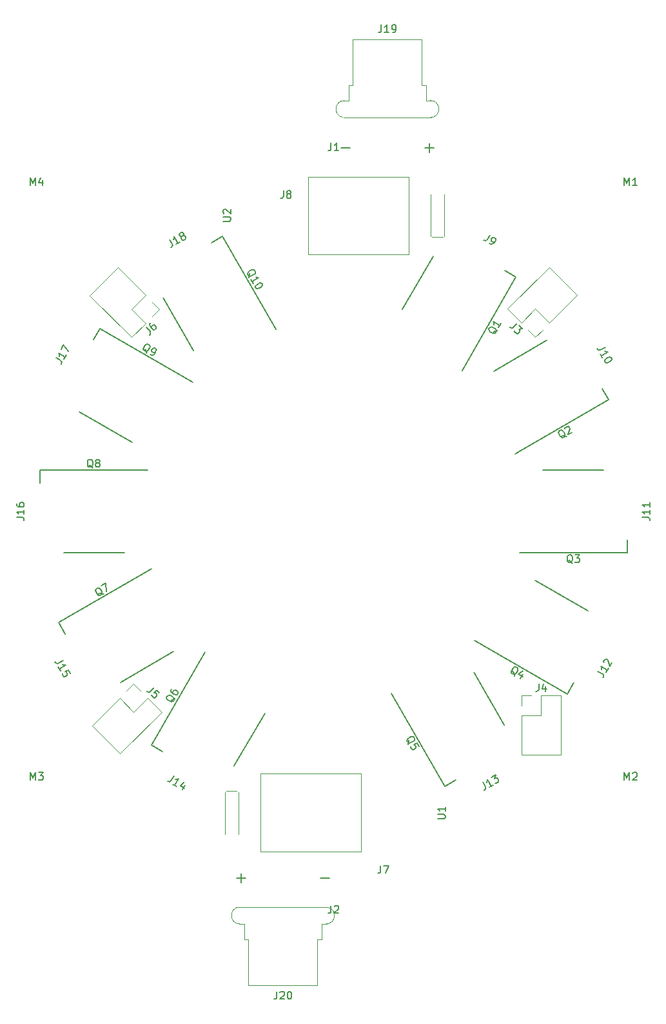
<source format=gbr>
G04 #@! TF.GenerationSoftware,KiCad,Pcbnew,(5.1.5)-3*
G04 #@! TF.CreationDate,2021-02-27T09:42:25-05:00*
G04 #@! TF.ProjectId,PDB,5044422e-6b69-4636-9164-5f7063625858,rev?*
G04 #@! TF.SameCoordinates,Original*
G04 #@! TF.FileFunction,Legend,Top*
G04 #@! TF.FilePolarity,Positive*
%FSLAX46Y46*%
G04 Gerber Fmt 4.6, Leading zero omitted, Abs format (unit mm)*
G04 Created by KiCad (PCBNEW (5.1.5)-3) date 2021-02-27 09:42:25*
%MOMM*%
%LPD*%
G04 APERTURE LIST*
%ADD10C,0.120000*%
%ADD11C,0.150000*%
%ADD12C,0.100000*%
G04 APERTURE END LIST*
D10*
X218206000Y-176240434D02*
X217676000Y-176240434D01*
X218906000Y-171970434D02*
X207386000Y-171970434D01*
X218206000Y-176240434D02*
X218206000Y-174190434D01*
X218906000Y-174190434D02*
X218206000Y-174190434D01*
X208086000Y-174190434D02*
X207386000Y-174190434D01*
X208086000Y-176240434D02*
X208086000Y-174190434D01*
X208616000Y-176240434D02*
X208086000Y-176240434D01*
X208616000Y-182240434D02*
X208616000Y-176240434D01*
X217676000Y-182240434D02*
X208646000Y-182240434D01*
X217676000Y-182240434D02*
X217676000Y-176240434D01*
X218967729Y-171983799D02*
G75*
G02X218796000Y-174190434I-171729J-1096635D01*
G01*
X207496000Y-174190434D02*
G75*
G02X207496000Y-171970434I0J1110000D01*
G01*
X221802000Y-64162434D02*
X222332000Y-64162434D01*
X221102000Y-68432434D02*
X232622000Y-68432434D01*
X221802000Y-64162434D02*
X221802000Y-66212434D01*
X221102000Y-66212434D02*
X221802000Y-66212434D01*
X231922000Y-66212434D02*
X232622000Y-66212434D01*
X231922000Y-64162434D02*
X231922000Y-66212434D01*
X231392000Y-64162434D02*
X231922000Y-64162434D01*
X231392000Y-58162434D02*
X231392000Y-64162434D01*
X222332000Y-58162434D02*
X231362000Y-58162434D01*
X222332000Y-58162434D02*
X222332000Y-64162434D01*
X221040271Y-68419069D02*
G75*
G02X221212000Y-66212434I171729J1096635D01*
G01*
X232512000Y-66212434D02*
G75*
G02X232512000Y-68432434I0J-1110000D01*
G01*
X188066994Y-148166536D02*
X191743949Y-151843492D01*
X191701522Y-144532008D02*
X188066994Y-148166536D01*
X197216955Y-146370485D02*
X191743949Y-151843492D01*
X191701522Y-144532008D02*
X193540000Y-146370485D01*
X193540000Y-146370485D02*
X195378478Y-144532008D01*
X195378478Y-144532008D02*
X197216955Y-146370485D01*
X192599548Y-143633982D02*
X193540000Y-142693530D01*
X193540000Y-142693530D02*
X194480452Y-143633982D01*
X244460000Y-151984434D02*
X249660000Y-151984434D01*
X244460000Y-146844434D02*
X244460000Y-151984434D01*
X249660000Y-144244434D02*
X249660000Y-151984434D01*
X244460000Y-146844434D02*
X247060000Y-146844434D01*
X247060000Y-146844434D02*
X247060000Y-144244434D01*
X247060000Y-144244434D02*
X249660000Y-144244434D01*
X244460000Y-145574434D02*
X244460000Y-144244434D01*
X244460000Y-144244434D02*
X245790000Y-144244434D01*
X251763006Y-91732332D02*
X248086051Y-88055376D01*
X248128478Y-95366860D02*
X251763006Y-91732332D01*
X242613045Y-93528383D02*
X248086051Y-88055376D01*
X248128478Y-95366860D02*
X246290000Y-93528383D01*
X246290000Y-93528383D02*
X244451522Y-95366860D01*
X244451522Y-95366860D02*
X242613045Y-93528383D01*
X247230452Y-96264886D02*
X246290000Y-97205338D01*
X246290000Y-97205338D02*
X245349548Y-96264886D01*
X191447898Y-88101428D02*
X187770942Y-91778383D01*
X195082426Y-91735956D02*
X191447898Y-88101428D01*
X193243949Y-97251389D02*
X187770942Y-91778383D01*
X195082426Y-91735956D02*
X193243949Y-93574434D01*
X193243949Y-93574434D02*
X195082426Y-95412912D01*
X195082426Y-95412912D02*
X193243949Y-97251389D01*
X195980452Y-92633982D02*
X196920904Y-93574434D01*
X196920904Y-93574434D02*
X195980452Y-94514886D01*
D11*
X197388087Y-92073617D02*
X201388087Y-99001820D01*
X212241161Y-96199896D02*
X205191161Y-83988938D01*
X205191161Y-83988938D02*
X203718918Y-84838938D01*
D10*
X229640000Y-86424434D02*
X216940000Y-86424434D01*
X229640000Y-76224434D02*
X229640000Y-86424434D01*
X216940000Y-76224434D02*
X229640000Y-76224434D01*
X234340000Y-84024434D02*
X234340000Y-78524434D01*
X232540000Y-84024434D02*
X232540000Y-78524434D01*
X216940000Y-86424434D02*
X226140000Y-86424434D01*
X216940000Y-76224434D02*
X226140000Y-76224434D01*
X216440000Y-85924434D02*
X216440000Y-76724434D01*
D12*
X232740000Y-84124434D02*
X234140000Y-84124434D01*
X216440000Y-76224434D02*
X216940000Y-76224434D01*
X216440000Y-76224434D02*
X216440000Y-76724434D01*
X216440000Y-86424434D02*
X216440000Y-85924434D01*
X216440000Y-86424434D02*
X216940000Y-86424434D01*
X226640000Y-86424434D02*
X226140000Y-86424434D01*
X226640000Y-76224434D02*
X226140000Y-76224434D01*
D10*
X210190000Y-154474434D02*
X222890000Y-154474434D01*
X210190000Y-164674434D02*
X210190000Y-154474434D01*
X222890000Y-164674434D02*
X210190000Y-164674434D01*
X205490000Y-156874434D02*
X205490000Y-162374434D01*
X207290000Y-156874434D02*
X207290000Y-162374434D01*
X222890000Y-154474434D02*
X213690000Y-154474434D01*
X222890000Y-164674434D02*
X213690000Y-164674434D01*
X223390000Y-154974434D02*
X223390000Y-164174434D01*
D12*
X207090000Y-156774434D02*
X205690000Y-156774434D01*
X223390000Y-164674434D02*
X222890000Y-164674434D01*
X223390000Y-164674434D02*
X223390000Y-164174434D01*
X223390000Y-154474434D02*
X223390000Y-154974434D01*
X223390000Y-154474434D02*
X222890000Y-154474434D01*
X213190000Y-154474434D02*
X213690000Y-154474434D01*
X213190000Y-164674434D02*
X213690000Y-164674434D01*
D11*
X186389183Y-107025913D02*
X193317386Y-111025913D01*
X201315462Y-103172839D02*
X189104504Y-96122839D01*
X189104504Y-96122839D02*
X188254504Y-97595082D01*
X232838087Y-86673183D02*
X228838087Y-93601386D01*
X236691161Y-101599462D02*
X243741161Y-89388504D01*
X243741161Y-89388504D02*
X242268918Y-88538504D01*
X247790383Y-97672087D02*
X240862180Y-101672087D01*
X243664104Y-112525161D02*
X255875062Y-105475161D01*
X255875062Y-105475161D02*
X255025062Y-104002918D01*
X255240000Y-114673566D02*
X247240000Y-114673566D01*
X244240000Y-125473566D02*
X258340000Y-125473566D01*
X258340000Y-125473566D02*
X258340000Y-123773566D01*
X253190817Y-133122087D02*
X246262614Y-129122087D01*
X238264538Y-136975161D02*
X250475496Y-144025161D01*
X250475496Y-144025161D02*
X251325496Y-142552918D01*
X242191913Y-148074383D02*
X238191913Y-141146180D01*
X227338839Y-143948104D02*
X234388839Y-156159062D01*
X234388839Y-156159062D02*
X235861082Y-155309062D01*
X206741913Y-153474817D02*
X210741913Y-146546614D01*
X202888839Y-138548538D02*
X195838839Y-150759496D01*
X195838839Y-150759496D02*
X197311082Y-151609496D01*
X191789617Y-142475913D02*
X198717820Y-138475913D01*
X195915896Y-127622839D02*
X183704938Y-134672839D01*
X183704938Y-134672839D02*
X184554938Y-136145082D01*
X184340000Y-125474434D02*
X192340000Y-125474434D01*
X195340000Y-114674434D02*
X181240000Y-114674434D01*
X181240000Y-114674434D02*
X181240000Y-116374434D01*
X219456666Y-171776814D02*
X219456666Y-172491100D01*
X219409047Y-172633957D01*
X219313809Y-172729195D01*
X219170952Y-172776814D01*
X219075714Y-172776814D01*
X219885238Y-171872053D02*
X219932857Y-171824434D01*
X220028095Y-171776814D01*
X220266190Y-171776814D01*
X220361428Y-171824434D01*
X220409047Y-171872053D01*
X220456666Y-171967291D01*
X220456666Y-172062529D01*
X220409047Y-172205386D01*
X219837619Y-172776814D01*
X220456666Y-172776814D01*
X219456666Y-71776814D02*
X219456666Y-72491100D01*
X219409047Y-72633957D01*
X219313809Y-72729195D01*
X219170952Y-72776814D01*
X219075714Y-72776814D01*
X220456666Y-72776814D02*
X219885238Y-72776814D01*
X220170952Y-72776814D02*
X220170952Y-71776814D01*
X220075714Y-71919672D01*
X219980476Y-72014910D01*
X219885238Y-72062529D01*
X212336476Y-183032814D02*
X212336476Y-183747100D01*
X212288857Y-183889957D01*
X212193619Y-183985195D01*
X212050761Y-184032814D01*
X211955523Y-184032814D01*
X212765047Y-183128053D02*
X212812666Y-183080434D01*
X212907904Y-183032814D01*
X213146000Y-183032814D01*
X213241238Y-183080434D01*
X213288857Y-183128053D01*
X213336476Y-183223291D01*
X213336476Y-183318529D01*
X213288857Y-183461386D01*
X212717428Y-184032814D01*
X213336476Y-184032814D01*
X213955523Y-183032814D02*
X214050761Y-183032814D01*
X214146000Y-183080434D01*
X214193619Y-183128053D01*
X214241238Y-183223291D01*
X214288857Y-183413767D01*
X214288857Y-183651862D01*
X214241238Y-183842338D01*
X214193619Y-183937576D01*
X214146000Y-183985195D01*
X214050761Y-184032814D01*
X213955523Y-184032814D01*
X213860285Y-183985195D01*
X213812666Y-183937576D01*
X213765047Y-183842338D01*
X213717428Y-183651862D01*
X213717428Y-183413767D01*
X213765047Y-183223291D01*
X213812666Y-183128053D01*
X213860285Y-183080434D01*
X213955523Y-183032814D01*
X207074571Y-168187576D02*
X208217428Y-168187576D01*
X207646000Y-168759005D02*
X207646000Y-167616148D01*
X218074571Y-168187576D02*
X219217428Y-168187576D01*
X226052476Y-56274814D02*
X226052476Y-56989100D01*
X226004857Y-57131957D01*
X225909619Y-57227195D01*
X225766761Y-57274814D01*
X225671523Y-57274814D01*
X227052476Y-57274814D02*
X226481047Y-57274814D01*
X226766761Y-57274814D02*
X226766761Y-56274814D01*
X226671523Y-56417672D01*
X226576285Y-56512910D01*
X226481047Y-56560529D01*
X227528666Y-57274814D02*
X227719142Y-57274814D01*
X227814380Y-57227195D01*
X227862000Y-57179576D01*
X227957238Y-57036719D01*
X228004857Y-56846243D01*
X228004857Y-56465291D01*
X227957238Y-56370053D01*
X227909619Y-56322434D01*
X227814380Y-56274814D01*
X227623904Y-56274814D01*
X227528666Y-56322434D01*
X227481047Y-56370053D01*
X227433428Y-56465291D01*
X227433428Y-56703386D01*
X227481047Y-56798624D01*
X227528666Y-56846243D01*
X227623904Y-56893862D01*
X227814380Y-56893862D01*
X227909619Y-56846243D01*
X227957238Y-56798624D01*
X228004857Y-56703386D01*
X231790571Y-72429576D02*
X232933428Y-72429576D01*
X232362000Y-73001005D02*
X232362000Y-71858148D01*
X220790571Y-72429576D02*
X221933428Y-72429576D01*
X213206666Y-78026814D02*
X213206666Y-78741100D01*
X213159047Y-78883957D01*
X213063809Y-78979195D01*
X212920952Y-79026814D01*
X212825714Y-79026814D01*
X213825714Y-78455386D02*
X213730476Y-78407767D01*
X213682857Y-78360148D01*
X213635238Y-78264910D01*
X213635238Y-78217291D01*
X213682857Y-78122053D01*
X213730476Y-78074434D01*
X213825714Y-78026814D01*
X214016190Y-78026814D01*
X214111428Y-78074434D01*
X214159047Y-78122053D01*
X214206666Y-78217291D01*
X214206666Y-78264910D01*
X214159047Y-78360148D01*
X214111428Y-78407767D01*
X214016190Y-78455386D01*
X213825714Y-78455386D01*
X213730476Y-78503005D01*
X213682857Y-78550624D01*
X213635238Y-78645862D01*
X213635238Y-78836338D01*
X213682857Y-78931576D01*
X213730476Y-78979195D01*
X213825714Y-79026814D01*
X214016190Y-79026814D01*
X214111428Y-78979195D01*
X214159047Y-78931576D01*
X214206666Y-78836338D01*
X214206666Y-78645862D01*
X214159047Y-78550624D01*
X214111428Y-78503005D01*
X214016190Y-78455386D01*
X225956666Y-166526814D02*
X225956666Y-167241100D01*
X225909047Y-167383957D01*
X225813809Y-167479195D01*
X225670952Y-167526814D01*
X225575714Y-167526814D01*
X226337619Y-166526814D02*
X227004285Y-166526814D01*
X226575714Y-167526814D01*
X196237106Y-143201973D02*
X195732030Y-143707049D01*
X195597343Y-143774393D01*
X195462656Y-143774393D01*
X195327969Y-143707049D01*
X195260626Y-143639706D01*
X196910541Y-143875408D02*
X196573824Y-143538691D01*
X196203435Y-143841736D01*
X196270778Y-143841736D01*
X196371793Y-143875408D01*
X196540152Y-144043767D01*
X196573824Y-144144782D01*
X196573824Y-144212126D01*
X196540152Y-144313141D01*
X196371793Y-144481500D01*
X196270778Y-144515171D01*
X196203435Y-144515171D01*
X196102419Y-144481500D01*
X195934061Y-144313141D01*
X195900389Y-144212126D01*
X195900389Y-144144782D01*
X246726666Y-142696814D02*
X246726666Y-143411100D01*
X246679047Y-143553957D01*
X246583809Y-143649195D01*
X246440952Y-143696814D01*
X246345714Y-143696814D01*
X247631428Y-143030148D02*
X247631428Y-143696814D01*
X247393333Y-142649195D02*
X247155238Y-143363481D01*
X247774285Y-143363481D01*
X243895938Y-95451039D02*
X243390862Y-95956115D01*
X243256175Y-96023459D01*
X243121488Y-96023459D01*
X242986801Y-95956115D01*
X242919458Y-95888772D01*
X244165312Y-95720413D02*
X244603045Y-96158146D01*
X244097969Y-96191818D01*
X244198984Y-96292833D01*
X244232656Y-96393848D01*
X244232656Y-96461192D01*
X244198984Y-96562207D01*
X244030625Y-96730566D01*
X243929610Y-96764237D01*
X243862267Y-96764237D01*
X243761251Y-96730566D01*
X243559221Y-96528535D01*
X243525549Y-96427520D01*
X243525549Y-96360176D01*
X195166605Y-95968495D02*
X195671681Y-96473571D01*
X195739025Y-96608258D01*
X195739025Y-96742945D01*
X195671681Y-96877632D01*
X195604338Y-96944975D01*
X195806368Y-95328731D02*
X195671681Y-95463418D01*
X195638010Y-95564434D01*
X195638010Y-95631777D01*
X195671681Y-95800136D01*
X195772697Y-95968495D01*
X196042071Y-96237869D01*
X196143086Y-96271540D01*
X196210429Y-96271540D01*
X196311445Y-96237869D01*
X196446132Y-96103182D01*
X196479803Y-96002166D01*
X196479803Y-95934823D01*
X196446132Y-95833808D01*
X196277773Y-95665449D01*
X196176758Y-95631777D01*
X196109414Y-95631777D01*
X196008399Y-95665449D01*
X195873712Y-95800136D01*
X195840040Y-95901151D01*
X195840040Y-95968495D01*
X195873712Y-96069510D01*
X260342380Y-120883957D02*
X261056666Y-120883957D01*
X261199523Y-120931576D01*
X261294761Y-121026814D01*
X261342380Y-121169672D01*
X261342380Y-121264910D01*
X261342380Y-119883957D02*
X261342380Y-120455386D01*
X261342380Y-120169672D02*
X260342380Y-120169672D01*
X260485238Y-120264910D01*
X260580476Y-120360148D01*
X260628095Y-120455386D01*
X261342380Y-118931576D02*
X261342380Y-119503005D01*
X261342380Y-119217291D02*
X260342380Y-119217291D01*
X260485238Y-119312529D01*
X260580476Y-119407767D01*
X260628095Y-119503005D01*
X254504413Y-141051634D02*
X255123002Y-141408777D01*
X255222911Y-141521445D01*
X255257770Y-141651543D01*
X255227581Y-141799070D01*
X255179962Y-141881549D01*
X255870438Y-140685609D02*
X255584724Y-141180480D01*
X255727581Y-140933045D02*
X254861555Y-140433045D01*
X254937654Y-140586952D01*
X254972514Y-140717049D01*
X254966134Y-140823338D01*
X255277367Y-139903313D02*
X255259938Y-139838265D01*
X255266317Y-139731976D01*
X255385365Y-139525780D01*
X255474223Y-139467111D01*
X255539272Y-139449681D01*
X255645560Y-139456061D01*
X255728039Y-139503680D01*
X255827947Y-139616348D01*
X256037105Y-140396934D01*
X256346628Y-139860823D01*
X239364746Y-155598370D02*
X239721889Y-156216960D01*
X239752078Y-156364487D01*
X239717218Y-156494585D01*
X239617310Y-156607253D01*
X239534831Y-156654872D01*
X240730771Y-155964396D02*
X240235900Y-156250110D01*
X240483335Y-156107253D02*
X239983335Y-155241228D01*
X239972285Y-155412565D01*
X239937426Y-155542662D01*
X239878757Y-155631521D01*
X240519446Y-154931704D02*
X241055557Y-154622180D01*
X240957358Y-155118761D01*
X241081076Y-155047332D01*
X241187364Y-155040953D01*
X241252413Y-155058382D01*
X241341272Y-155117052D01*
X241460319Y-155323248D01*
X241466699Y-155429536D01*
X241449269Y-155494585D01*
X241390600Y-155583443D01*
X241143164Y-155726301D01*
X241036876Y-155732680D01*
X240971827Y-155715251D01*
X198812365Y-154788413D02*
X198455222Y-155407002D01*
X198342554Y-155506911D01*
X198212456Y-155541770D01*
X198064929Y-155511581D01*
X197982450Y-155463962D01*
X199178390Y-156154438D02*
X198683519Y-155868724D01*
X198930954Y-156011581D02*
X199430954Y-155145555D01*
X199277047Y-155221654D01*
X199146950Y-155256514D01*
X199040661Y-155250134D01*
X200254031Y-156005659D02*
X199920698Y-156583009D01*
X200238311Y-155556697D02*
X199674971Y-156056239D01*
X200211082Y-156365763D01*
X184265629Y-139648746D02*
X183647039Y-140005889D01*
X183499512Y-140036078D01*
X183369414Y-140001218D01*
X183256746Y-139901310D01*
X183209127Y-139818831D01*
X183899603Y-141014771D02*
X183613889Y-140519900D01*
X183756746Y-140767335D02*
X184622771Y-140267335D01*
X184451434Y-140256285D01*
X184321337Y-140221426D01*
X184232478Y-140162757D01*
X185218010Y-141298318D02*
X184979914Y-140885925D01*
X184543712Y-141082781D01*
X184608761Y-141100211D01*
X184697619Y-141158880D01*
X184816667Y-141365076D01*
X184823046Y-141471364D01*
X184805617Y-141536413D01*
X184746947Y-141625272D01*
X184540751Y-141744319D01*
X184434463Y-141750699D01*
X184369414Y-141733269D01*
X184280556Y-141674600D01*
X184161508Y-141468404D01*
X184155128Y-141362115D01*
X184172558Y-141297067D01*
X178142380Y-120883089D02*
X178856666Y-120883089D01*
X178999523Y-120930708D01*
X179094761Y-121025946D01*
X179142380Y-121168804D01*
X179142380Y-121264042D01*
X179142380Y-119883089D02*
X179142380Y-120454518D01*
X179142380Y-120168804D02*
X178142380Y-120168804D01*
X178285238Y-120264042D01*
X178380476Y-120359280D01*
X178428095Y-120454518D01*
X178142380Y-119025946D02*
X178142380Y-119216423D01*
X178190000Y-119311661D01*
X178237619Y-119359280D01*
X178380476Y-119454518D01*
X178570952Y-119502137D01*
X178951904Y-119502137D01*
X179047142Y-119454518D01*
X179094761Y-119406899D01*
X179142380Y-119311661D01*
X179142380Y-119121185D01*
X179094761Y-119025946D01*
X179047142Y-118978327D01*
X178951904Y-118930708D01*
X178713809Y-118930708D01*
X178618571Y-118978327D01*
X178570952Y-119025946D01*
X178523333Y-119121185D01*
X178523333Y-119311661D01*
X178570952Y-119406899D01*
X178618571Y-119454518D01*
X178713809Y-119502137D01*
X183317559Y-99950882D02*
X183936148Y-100308025D01*
X184036057Y-100420693D01*
X184070916Y-100550791D01*
X184040727Y-100698318D01*
X183993108Y-100780797D01*
X184683584Y-99584857D02*
X184397870Y-100079728D01*
X184540727Y-99832293D02*
X183674701Y-99332293D01*
X183750800Y-99486200D01*
X183785660Y-99616297D01*
X183779280Y-99722586D01*
X183984225Y-98796182D02*
X184317559Y-98218831D01*
X184969298Y-99089985D01*
X198265498Y-84410648D02*
X198622641Y-85029238D01*
X198652830Y-85176765D01*
X198617970Y-85306863D01*
X198518062Y-85419531D01*
X198435583Y-85467150D01*
X199631523Y-84776674D02*
X199136652Y-85062388D01*
X199384087Y-84919531D02*
X198884087Y-84053506D01*
X198873037Y-84224843D01*
X198838178Y-84354940D01*
X198779509Y-84443799D01*
X199840681Y-83996088D02*
X199734392Y-84002468D01*
X199669344Y-83985038D01*
X199580485Y-83926369D01*
X199556676Y-83885129D01*
X199550296Y-83778841D01*
X199567726Y-83713792D01*
X199626395Y-83624934D01*
X199791352Y-83529696D01*
X199897640Y-83523316D01*
X199962689Y-83540746D01*
X200051547Y-83599415D01*
X200075357Y-83640654D01*
X200081737Y-83746943D01*
X200064307Y-83811991D01*
X200005638Y-83900850D01*
X199840681Y-83996088D01*
X199782011Y-84084946D01*
X199764582Y-84149995D01*
X199770961Y-84256283D01*
X199866200Y-84421240D01*
X199955058Y-84479909D01*
X200020107Y-84497339D01*
X200126395Y-84490960D01*
X200291352Y-84395721D01*
X200350021Y-84306863D01*
X200367451Y-84241814D01*
X200361071Y-84135526D01*
X200265833Y-83970569D01*
X200176975Y-83911900D01*
X200111926Y-83894470D01*
X200005638Y-83900850D01*
X240325510Y-83839654D02*
X239968367Y-84458243D01*
X239855699Y-84558152D01*
X239725601Y-84593011D01*
X239578074Y-84562822D01*
X239495595Y-84515203D01*
X240279142Y-84967584D02*
X240444099Y-85062822D01*
X240550388Y-85069202D01*
X240615436Y-85051772D01*
X240769344Y-84975673D01*
X240905821Y-84834525D01*
X241096297Y-84504611D01*
X241102677Y-84398323D01*
X241085247Y-84333274D01*
X241026578Y-84244416D01*
X240861621Y-84149178D01*
X240755333Y-84142798D01*
X240690284Y-84160228D01*
X240601426Y-84218897D01*
X240482378Y-84425093D01*
X240475998Y-84531381D01*
X240493428Y-84596430D01*
X240552097Y-84685289D01*
X240717054Y-84780527D01*
X240823342Y-84786906D01*
X240888391Y-84769477D01*
X240977250Y-84710808D01*
X255453351Y-98549498D02*
X254834761Y-98906641D01*
X254687234Y-98936830D01*
X254557136Y-98901970D01*
X254444468Y-98802062D01*
X254396849Y-98719583D01*
X255087325Y-99915523D02*
X254801611Y-99420652D01*
X254944468Y-99668087D02*
X255810493Y-99168087D01*
X255639156Y-99157037D01*
X255509059Y-99122178D01*
X255420200Y-99063509D01*
X256262874Y-99951634D02*
X256310493Y-100034113D01*
X256316873Y-100140401D01*
X256299443Y-100205450D01*
X256240774Y-100294308D01*
X256099627Y-100430785D01*
X255893430Y-100549833D01*
X255704663Y-100603832D01*
X255598375Y-100610212D01*
X255533326Y-100592782D01*
X255444468Y-100534113D01*
X255396849Y-100451634D01*
X255390469Y-100345346D01*
X255407899Y-100280297D01*
X255466568Y-100191439D01*
X255607716Y-100054961D01*
X255813912Y-99935914D01*
X256002679Y-99881915D01*
X256108967Y-99875535D01*
X256174016Y-99892965D01*
X256262874Y-99951634D01*
X257980476Y-77326814D02*
X257980476Y-76326814D01*
X258313809Y-77041100D01*
X258647142Y-76326814D01*
X258647142Y-77326814D01*
X259647142Y-77326814D02*
X259075714Y-77326814D01*
X259361428Y-77326814D02*
X259361428Y-76326814D01*
X259266190Y-76469672D01*
X259170952Y-76564910D01*
X259075714Y-76612529D01*
X179980476Y-77326814D02*
X179980476Y-76326814D01*
X180313809Y-77041100D01*
X180647142Y-76326814D01*
X180647142Y-77326814D01*
X181551904Y-76660148D02*
X181551904Y-77326814D01*
X181313809Y-76279195D02*
X181075714Y-76993481D01*
X181694761Y-76993481D01*
X257980476Y-155326814D02*
X257980476Y-154326814D01*
X258313809Y-155041100D01*
X258647142Y-154326814D01*
X258647142Y-155326814D01*
X259075714Y-154422053D02*
X259123333Y-154374434D01*
X259218571Y-154326814D01*
X259456666Y-154326814D01*
X259551904Y-154374434D01*
X259599523Y-154422053D01*
X259647142Y-154517291D01*
X259647142Y-154612529D01*
X259599523Y-154755386D01*
X259028095Y-155326814D01*
X259647142Y-155326814D01*
X179980476Y-155326814D02*
X179980476Y-154326814D01*
X180313809Y-155041100D01*
X180647142Y-154326814D01*
X180647142Y-155326814D01*
X181028095Y-154326814D02*
X181647142Y-154326814D01*
X181313809Y-154707767D01*
X181456666Y-154707767D01*
X181551904Y-154755386D01*
X181599523Y-154803005D01*
X181647142Y-154898243D01*
X181647142Y-155136338D01*
X181599523Y-155231576D01*
X181551904Y-155279195D01*
X181456666Y-155326814D01*
X181170952Y-155326814D01*
X181075714Y-155279195D01*
X181028095Y-155231576D01*
X208692316Y-89448354D02*
X208685936Y-89342066D01*
X208720796Y-89211969D01*
X208773085Y-89016822D01*
X208766706Y-88910534D01*
X208719087Y-88828055D01*
X208536700Y-88988342D02*
X208530320Y-88882054D01*
X208565179Y-88751956D01*
X208706327Y-88615479D01*
X208995002Y-88448812D01*
X209183769Y-88394814D01*
X209313867Y-88429673D01*
X209402725Y-88488342D01*
X209497963Y-88653299D01*
X209504343Y-88759588D01*
X209469483Y-88889685D01*
X209328336Y-89026163D01*
X209039660Y-89192829D01*
X208850894Y-89246828D01*
X208720796Y-89211969D01*
X208631938Y-89153299D01*
X208536700Y-88988342D01*
X209227176Y-90184282D02*
X208941461Y-89689410D01*
X209084319Y-89936846D02*
X209950344Y-89436846D01*
X209779007Y-89425796D01*
X209648909Y-89390937D01*
X209560051Y-89332268D01*
X210402725Y-90220393D02*
X210450344Y-90302872D01*
X210456724Y-90409160D01*
X210439294Y-90474209D01*
X210380625Y-90563067D01*
X210239477Y-90699544D01*
X210033281Y-90818592D01*
X209844514Y-90872591D01*
X209738226Y-90878971D01*
X209673177Y-90861541D01*
X209584319Y-90802872D01*
X209536700Y-90720393D01*
X209530320Y-90614105D01*
X209547750Y-90549056D01*
X209606419Y-90460198D01*
X209747566Y-90323720D01*
X209953763Y-90204673D01*
X210142530Y-90150674D01*
X210248818Y-90144294D01*
X210313867Y-90161724D01*
X210402725Y-90220393D01*
X205282380Y-82026338D02*
X206091904Y-82026338D01*
X206187142Y-81978719D01*
X206234761Y-81931100D01*
X206282380Y-81835862D01*
X206282380Y-81645386D01*
X206234761Y-81550148D01*
X206187142Y-81502529D01*
X206091904Y-81454910D01*
X205282380Y-81454910D01*
X205377619Y-81026338D02*
X205330000Y-80978719D01*
X205282380Y-80883481D01*
X205282380Y-80645386D01*
X205330000Y-80550148D01*
X205377619Y-80502529D01*
X205472857Y-80454910D01*
X205568095Y-80454910D01*
X205710952Y-80502529D01*
X206282380Y-81073957D01*
X206282380Y-80454910D01*
X233452380Y-160396338D02*
X234261904Y-160396338D01*
X234357142Y-160348719D01*
X234404761Y-160301100D01*
X234452380Y-160205862D01*
X234452380Y-160015386D01*
X234404761Y-159920148D01*
X234357142Y-159872529D01*
X234261904Y-159824910D01*
X233452380Y-159824910D01*
X234452380Y-158824910D02*
X234452380Y-159396338D01*
X234452380Y-159110624D02*
X233452380Y-159110624D01*
X233595238Y-159205862D01*
X233690476Y-159301100D01*
X233738095Y-159396338D01*
X195278694Y-99338349D02*
X195220025Y-99249491D01*
X195185166Y-99119393D01*
X195132876Y-98924247D01*
X195074207Y-98835389D01*
X194991729Y-98787770D01*
X194913920Y-99017776D02*
X194855251Y-98928917D01*
X194820392Y-98798820D01*
X194874391Y-98610053D01*
X195041057Y-98321378D01*
X195177535Y-98180230D01*
X195307632Y-98145370D01*
X195413920Y-98151750D01*
X195578878Y-98246988D01*
X195637547Y-98335847D01*
X195672406Y-98465944D01*
X195618407Y-98654711D01*
X195451741Y-98943386D01*
X195315263Y-99084534D01*
X195185166Y-99119393D01*
X195078878Y-99113014D01*
X194913920Y-99017776D01*
X195697467Y-99470157D02*
X195862424Y-99565395D01*
X195968713Y-99571774D01*
X196033761Y-99554345D01*
X196187669Y-99478246D01*
X196324146Y-99337098D01*
X196514622Y-99007184D01*
X196521002Y-98900895D01*
X196503572Y-98835847D01*
X196444903Y-98746988D01*
X196279946Y-98651750D01*
X196173658Y-98645370D01*
X196108609Y-98662800D01*
X196019750Y-98721469D01*
X195900703Y-98927666D01*
X195894323Y-99033954D01*
X195911753Y-99099003D01*
X195970422Y-99187861D01*
X196135379Y-99283099D01*
X196241667Y-99289479D01*
X196306716Y-99272049D01*
X196395574Y-99213380D01*
X241378915Y-96275271D02*
X241290057Y-96333940D01*
X241159959Y-96368799D01*
X240964813Y-96421089D01*
X240875955Y-96479758D01*
X240828336Y-96562236D01*
X241058342Y-96640045D02*
X240969483Y-96698714D01*
X240839386Y-96733573D01*
X240650619Y-96679574D01*
X240361944Y-96512908D01*
X240220796Y-96376430D01*
X240185936Y-96246333D01*
X240192316Y-96140045D01*
X240287554Y-95975087D01*
X240376413Y-95916418D01*
X240506510Y-95881559D01*
X240695277Y-95935558D01*
X240983952Y-96102224D01*
X241125100Y-96238702D01*
X241159959Y-96368799D01*
X241153580Y-96475087D01*
X241058342Y-96640045D01*
X241748818Y-95444105D02*
X241463104Y-95938976D01*
X241605961Y-95691541D02*
X240739935Y-95191541D01*
X240816034Y-95345448D01*
X240850894Y-95475545D01*
X240844514Y-95581834D01*
X250385913Y-110258154D02*
X250279625Y-110264533D01*
X250149528Y-110229674D01*
X249954381Y-110177384D01*
X249848093Y-110183764D01*
X249765614Y-110231383D01*
X249925901Y-110413770D02*
X249819613Y-110420150D01*
X249689516Y-110385290D01*
X249553038Y-110244143D01*
X249386371Y-109955468D01*
X249332373Y-109766701D01*
X249367232Y-109636603D01*
X249425901Y-109547745D01*
X249590859Y-109452507D01*
X249697147Y-109446127D01*
X249827244Y-109480987D01*
X249963722Y-109622134D01*
X250130388Y-109910809D01*
X250184387Y-110099576D01*
X250149528Y-110229674D01*
X250090859Y-110318532D01*
X249925901Y-110413770D01*
X250174589Y-109225461D02*
X250192018Y-109160413D01*
X250250687Y-109071554D01*
X250456884Y-108952507D01*
X250563172Y-108946127D01*
X250628221Y-108963557D01*
X250717079Y-109022226D01*
X250764698Y-109104704D01*
X250794888Y-109252232D01*
X250585730Y-110032818D01*
X251121841Y-109723294D01*
X251194761Y-126871185D02*
X251099523Y-126823566D01*
X251004285Y-126728327D01*
X250861428Y-126585470D01*
X250766190Y-126537851D01*
X250670952Y-126537851D01*
X250718571Y-126775946D02*
X250623333Y-126728327D01*
X250528095Y-126633089D01*
X250480476Y-126442613D01*
X250480476Y-126109280D01*
X250528095Y-125918804D01*
X250623333Y-125823566D01*
X250718571Y-125775946D01*
X250909047Y-125775946D01*
X251004285Y-125823566D01*
X251099523Y-125918804D01*
X251147142Y-126109280D01*
X251147142Y-126442613D01*
X251099523Y-126633089D01*
X251004285Y-126728327D01*
X250909047Y-126775946D01*
X250718571Y-126775946D01*
X251480476Y-125775946D02*
X252099523Y-125775946D01*
X251766190Y-126156899D01*
X251909047Y-126156899D01*
X252004285Y-126204518D01*
X252051904Y-126252137D01*
X252099523Y-126347375D01*
X252099523Y-126585470D01*
X252051904Y-126680708D01*
X252004285Y-126728327D01*
X251909047Y-126775946D01*
X251623333Y-126775946D01*
X251528095Y-126728327D01*
X251480476Y-126680708D01*
X243588728Y-141662915D02*
X243530059Y-141574057D01*
X243495200Y-141443959D01*
X243442910Y-141248813D01*
X243384241Y-141159955D01*
X243301763Y-141112336D01*
X243223954Y-141342342D02*
X243165285Y-141253483D01*
X243130426Y-141123386D01*
X243184425Y-140934619D01*
X243351091Y-140645944D01*
X243487569Y-140504796D01*
X243617666Y-140469936D01*
X243723954Y-140476316D01*
X243888912Y-140571554D01*
X243947581Y-140660413D01*
X243982440Y-140790510D01*
X243928441Y-140979277D01*
X243761775Y-141267952D01*
X243625297Y-141409100D01*
X243495200Y-141443959D01*
X243388912Y-141437580D01*
X243223954Y-141342342D01*
X244670749Y-141407848D02*
X244337416Y-141985199D01*
X244655029Y-140958886D02*
X244091689Y-141458428D01*
X244627800Y-141767952D01*
X229605845Y-150669913D02*
X229599466Y-150563625D01*
X229634325Y-150433528D01*
X229686615Y-150238381D01*
X229680235Y-150132093D01*
X229632616Y-150049614D01*
X229450229Y-150209901D02*
X229443849Y-150103613D01*
X229478709Y-149973516D01*
X229619856Y-149837038D01*
X229908531Y-149670371D01*
X230097298Y-149616373D01*
X230227396Y-149651232D01*
X230316254Y-149709901D01*
X230411492Y-149874859D01*
X230417872Y-149981147D01*
X230383012Y-150111244D01*
X230241865Y-150247722D01*
X229953190Y-150414388D01*
X229764423Y-150468387D01*
X229634325Y-150433528D01*
X229545467Y-150374859D01*
X229450229Y-150209901D01*
X230982921Y-150864602D02*
X230744826Y-150452209D01*
X230308623Y-150649065D01*
X230373672Y-150666495D01*
X230462530Y-150725164D01*
X230581578Y-150931360D01*
X230587958Y-151037648D01*
X230570528Y-151102697D01*
X230511859Y-151191555D01*
X230305662Y-151310603D01*
X230199374Y-151316983D01*
X230134325Y-151299553D01*
X230045467Y-151240884D01*
X229926419Y-151034687D01*
X229920040Y-150928399D01*
X229937469Y-150863350D01*
X199054349Y-144585305D02*
X198965491Y-144643974D01*
X198835393Y-144678833D01*
X198640247Y-144731123D01*
X198551389Y-144789792D01*
X198503770Y-144872270D01*
X198733776Y-144950079D02*
X198644917Y-145008748D01*
X198514820Y-145043607D01*
X198326053Y-144989608D01*
X198037378Y-144822942D01*
X197896230Y-144686464D01*
X197861370Y-144556367D01*
X197867750Y-144450079D01*
X197962988Y-144285121D01*
X198051847Y-144226452D01*
X198181944Y-144191593D01*
X198370711Y-144245592D01*
X198659386Y-144412258D01*
X198800534Y-144548736D01*
X198835393Y-144678833D01*
X198829014Y-144785121D01*
X198733776Y-144950079D01*
X198510607Y-143336617D02*
X198415369Y-143501575D01*
X198408990Y-143607863D01*
X198426419Y-143672912D01*
X198502518Y-143826819D01*
X198643666Y-143963296D01*
X198973580Y-144153772D01*
X199079868Y-144160152D01*
X199144917Y-144142722D01*
X199233776Y-144084053D01*
X199329014Y-143919096D01*
X199335393Y-143812808D01*
X199317964Y-143747759D01*
X199259295Y-143658901D01*
X199053098Y-143539853D01*
X198946810Y-143533473D01*
X198881761Y-143550903D01*
X198792903Y-143609572D01*
X198697665Y-143774529D01*
X198691285Y-143880818D01*
X198708715Y-143945866D01*
X198767384Y-144034725D01*
X189576747Y-130933588D02*
X189470459Y-130939967D01*
X189340362Y-130905108D01*
X189145215Y-130852818D01*
X189038927Y-130859198D01*
X188956448Y-130906817D01*
X189116735Y-131089204D02*
X189010447Y-131095584D01*
X188880350Y-131060724D01*
X188743872Y-130919577D01*
X188577205Y-130630902D01*
X188523207Y-130442135D01*
X188558066Y-130312037D01*
X188616735Y-130223179D01*
X188781693Y-130127941D01*
X188887981Y-130121561D01*
X189018078Y-130156421D01*
X189154556Y-130297568D01*
X189321222Y-130586243D01*
X189375221Y-130775010D01*
X189340362Y-130905108D01*
X189281693Y-130993966D01*
X189116735Y-131089204D01*
X189276564Y-129842226D02*
X189853914Y-129508893D01*
X189982761Y-130589204D01*
X188194761Y-114372053D02*
X188099523Y-114324434D01*
X188004285Y-114229195D01*
X187861428Y-114086338D01*
X187766190Y-114038719D01*
X187670952Y-114038719D01*
X187718571Y-114276814D02*
X187623333Y-114229195D01*
X187528095Y-114133957D01*
X187480476Y-113943481D01*
X187480476Y-113610148D01*
X187528095Y-113419672D01*
X187623333Y-113324434D01*
X187718571Y-113276814D01*
X187909047Y-113276814D01*
X188004285Y-113324434D01*
X188099523Y-113419672D01*
X188147142Y-113610148D01*
X188147142Y-113943481D01*
X188099523Y-114133957D01*
X188004285Y-114229195D01*
X187909047Y-114276814D01*
X187718571Y-114276814D01*
X188718571Y-113705386D02*
X188623333Y-113657767D01*
X188575714Y-113610148D01*
X188528095Y-113514910D01*
X188528095Y-113467291D01*
X188575714Y-113372053D01*
X188623333Y-113324434D01*
X188718571Y-113276814D01*
X188909047Y-113276814D01*
X189004285Y-113324434D01*
X189051904Y-113372053D01*
X189099523Y-113467291D01*
X189099523Y-113514910D01*
X189051904Y-113610148D01*
X189004285Y-113657767D01*
X188909047Y-113705386D01*
X188718571Y-113705386D01*
X188623333Y-113753005D01*
X188575714Y-113800624D01*
X188528095Y-113895862D01*
X188528095Y-114086338D01*
X188575714Y-114181576D01*
X188623333Y-114229195D01*
X188718571Y-114276814D01*
X188909047Y-114276814D01*
X189004285Y-114229195D01*
X189051904Y-114181576D01*
X189099523Y-114086338D01*
X189099523Y-113895862D01*
X189051904Y-113800624D01*
X189004285Y-113753005D01*
X188909047Y-113705386D01*
M02*

</source>
